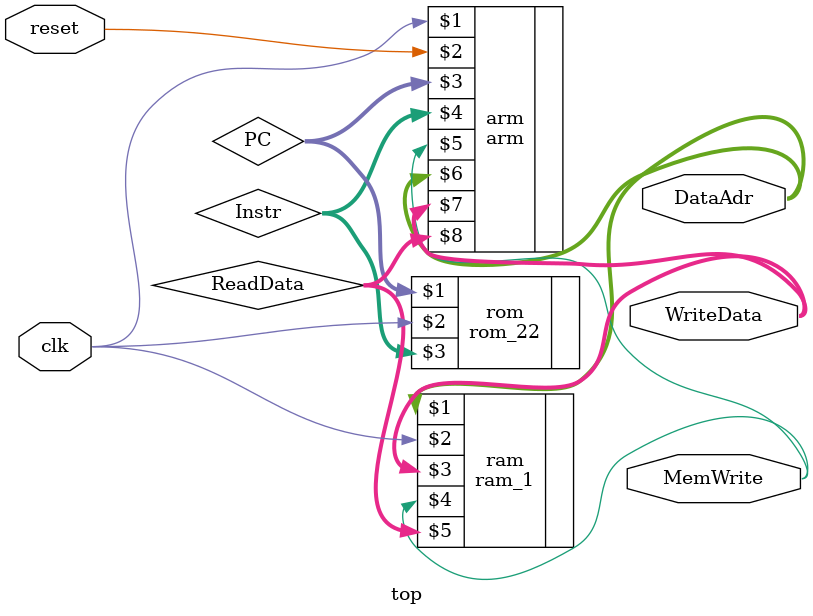
<source format=sv>
module top(input logic clk, reset,
	output logic [31:0] WriteData, DataAdr,
	output logic MemWrite);
	
logic [31:0] PC, Instr, ReadData;
// instantiate processor and memories
arm arm(clk, reset, PC, Instr, MemWrite, DataAdr,WriteData, ReadData);

rom_22 rom(PC,clk, Instr);

ram_1 ram(DataAdr,clk,WriteData,MemWrite,ReadData);

endmodule
</source>
